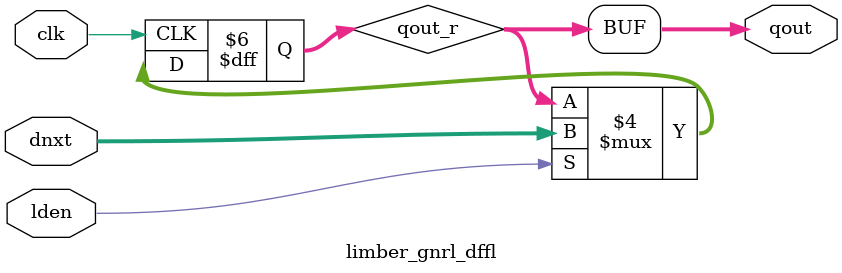
<source format=v>
`timescale 1ns / 1ps

module limber_gnrl_dffl # (
    parameter DW = 8
)(
    input               clk,
    input               lden, 
    input   [DW-1:0]    dnxt,
    output  [DW-1:0]    qout
);

    reg [DW-1:0] qout_r = {DW{1'b0}};

    always @(posedge clk) begin : DFFL_PROC
        if (lden == 1'b1)
            qout_r <= #1 dnxt;
    end

    assign qout = qout_r;

endmodule
</source>
